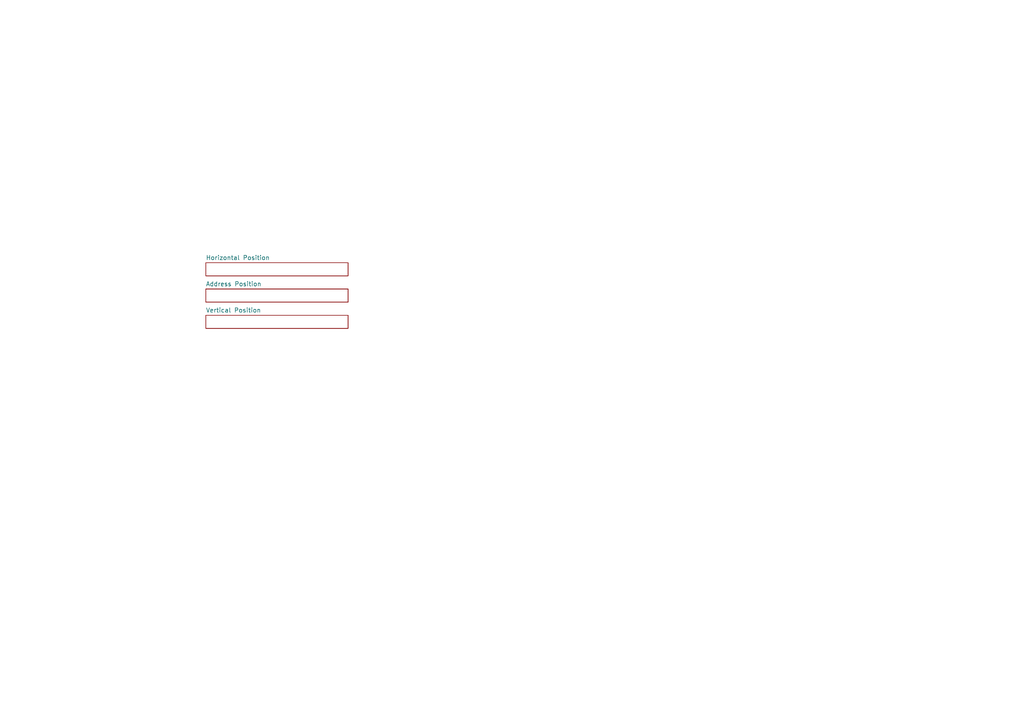
<source format=kicad_sch>
(kicad_sch (version 20230121) (generator eeschema)
  (paper "A4")
  (lib_symbols)
  (sheet (at 59.69 83.82) (size 41.275 3.81) (stroke (width 0.1524))
    (property "Sheetname" "Address Position" (at 59.69 83.1084 0) (effects (justify left bottom)))
    (property "Sheetfile" "Address Position.kicad_sch" (effects hide))
  )
  (sheet (at 59.69 76.2) (size 41.275 3.81) (stroke (width 0.1524))
    (property "Sheetname" "Horizontal Position" (at 59.69 75.4884 0) (effects (justify left bottom)))
    (property "Sheetfile" "Row Counter.kicad_sch" (effects hide))
  )
  (sheet (at 59.69 91.44) (size 41.275 3.81) (stroke (width 0.1524))
    (property "Sheetname" "Vertical Position" (at 59.69 90.7284 0) (effects (justify left bottom)))
    (property "Sheetfile" "Vertical Position.kicad_sch" (effects hide))
  )
)
</source>
